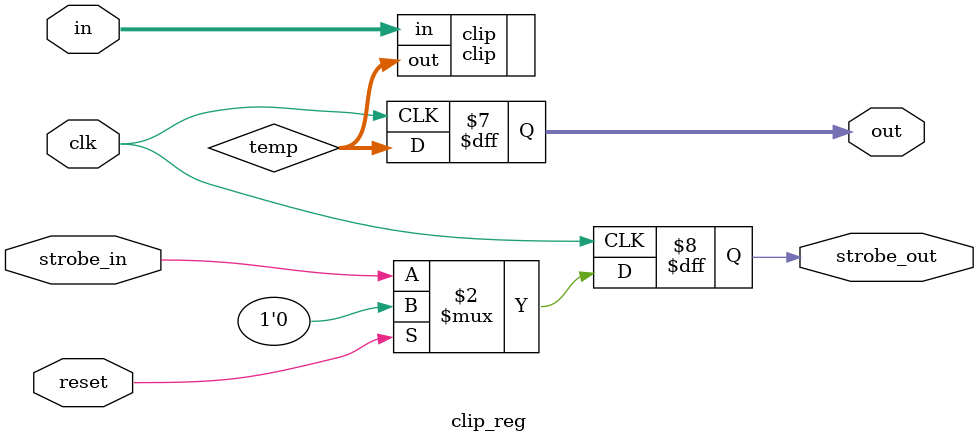
<source format=v>


// Clipping "macro", keeps the bottom bits

module clip_reg
  #(parameter bits_in=0,
    parameter bits_out=0,
    parameter STROBED=1'b0)
    (input clk,
     input reset,
     input [bits_in-1:0] in,
     output reg [bits_out-1:0] out,
     input strobe_in,
     output reg strobe_out);
   
   wire [bits_out-1:0] temp;

   clip #(.bits_in(bits_in),.bits_out(bits_out)) clip (.in(in),.out(temp));

   always @(posedge clk) strobe_out <= reset ? 1'b0 : strobe_in;
   
   always @(posedge clk)
     if(strobe_in | ~STROBED)
       out <= temp;
   
endmodule // clip_reg


</source>
